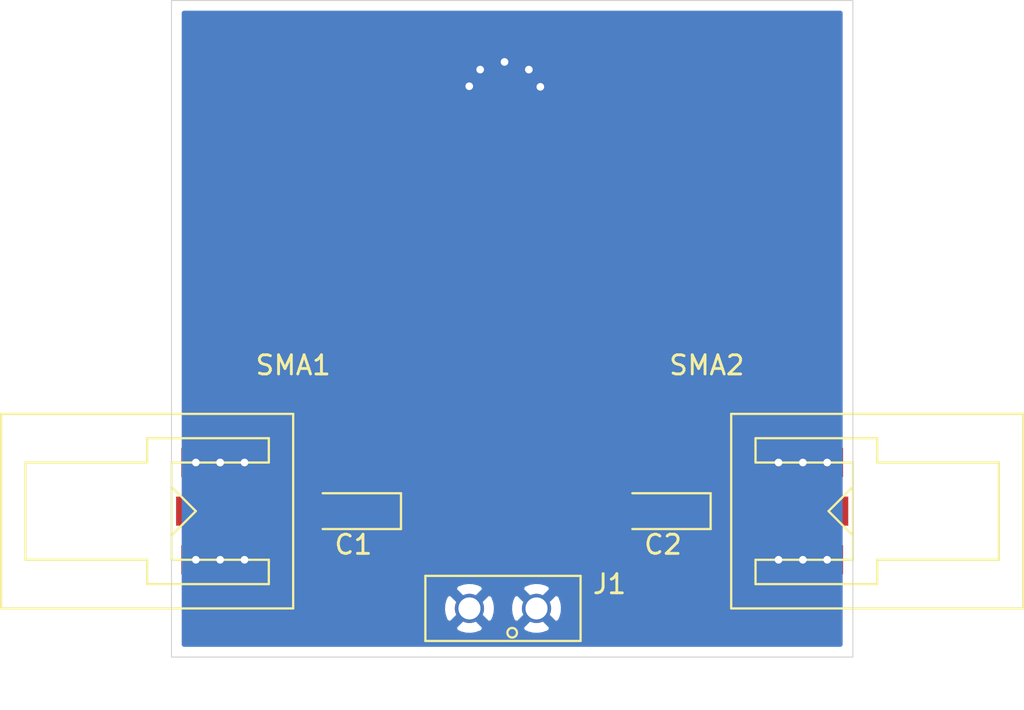
<source format=kicad_pcb>
(kicad_pcb (version 20171130) (host pcbnew 5.1.2-f72e74a~84~ubuntu18.04.1)

  (general
    (thickness 1.6)
    (drawings 4)
    (tracks 36)
    (zones 0)
    (modules 5)
    (nets 4)
  )

  (page A4)
  (layers
    (0 F.Cu signal)
    (31 B.Cu signal)
    (32 B.Adhes user)
    (33 F.Adhes user)
    (34 B.Paste user)
    (35 F.Paste user)
    (36 B.SilkS user)
    (37 F.SilkS user)
    (38 B.Mask user)
    (39 F.Mask user)
    (40 Dwgs.User user)
    (41 Cmts.User user)
    (42 Eco1.User user)
    (43 Eco2.User user)
    (44 Edge.Cuts user)
    (45 Margin user)
    (46 B.CrtYd user)
    (47 F.CrtYd user)
    (48 B.Fab user)
    (49 F.Fab user)
  )

  (setup
    (last_trace_width 0.25)
    (trace_clearance 0.2)
    (zone_clearance 0.508)
    (zone_45_only no)
    (trace_min 0.2)
    (via_size 0.8)
    (via_drill 0.4)
    (via_min_size 0.4)
    (via_min_drill 0.3)
    (uvia_size 0.3)
    (uvia_drill 0.1)
    (uvias_allowed no)
    (uvia_min_size 0.2)
    (uvia_min_drill 0.1)
    (edge_width 0.05)
    (segment_width 0.2)
    (pcb_text_width 0.3)
    (pcb_text_size 1.5 1.5)
    (mod_edge_width 0.12)
    (mod_text_size 1 1)
    (mod_text_width 0.15)
    (pad_size 1.524 1.524)
    (pad_drill 0.762)
    (pad_to_mask_clearance 0.051)
    (solder_mask_min_width 0.25)
    (aux_axis_origin 0 0)
    (visible_elements FFFFFF7F)
    (pcbplotparams
      (layerselection 0x010fc_ffffffff)
      (usegerberextensions false)
      (usegerberattributes false)
      (usegerberadvancedattributes false)
      (creategerberjobfile false)
      (excludeedgelayer true)
      (linewidth 0.100000)
      (plotframeref false)
      (viasonmask false)
      (mode 1)
      (useauxorigin false)
      (hpglpennumber 1)
      (hpglpenspeed 20)
      (hpglpendiameter 15.000000)
      (psnegative false)
      (psa4output false)
      (plotreference true)
      (plotvalue true)
      (plotinvisibletext false)
      (padsonsilk false)
      (subtractmaskfromsilk false)
      (outputformat 1)
      (mirror false)
      (drillshape 0)
      (scaleselection 1)
      (outputdirectory "resonator_LC_ger_drill/"))
  )

  (net 0 "")
  (net 1 "Net-(C1-Pad2)")
  (net 2 GND)
  (net 3 "Net-(C2-Pad1)")

  (net_class Default "This is the default net class."
    (clearance 0.2)
    (trace_width 0.25)
    (via_dia 0.8)
    (via_drill 0.4)
    (uvia_dia 0.3)
    (uvia_drill 0.1)
    (add_net GND)
    (add_net "Net-(C1-Pad2)")
    (add_net "Net-(C2-Pad1)")
  )

  (module sma_custom:CONSMA003.062-G (layer F.Cu) (tedit 5D1F15C9) (tstamp 5DDD4B5A)
    (at 120.65 96.52)
    (path /5DDD4BEC)
    (fp_text reference SMA2 (at -8.89 -10.16) (layer F.SilkS)
      (effects (font (size 1 1) (thickness 0.15)))
    )
    (fp_text value sma_connector (at -8.89 -8.89) (layer F.Fab)
      (effects (font (size 1 1) (thickness 0.15)))
    )
    (fp_line (start -1.27 -1.27) (end -2.54 -2.54) (layer F.SilkS) (width 0.12))
    (fp_line (start -1.27 -3.81) (end -2.54 -2.54) (layer F.SilkS) (width 0.12))
    (fp_line (start -7.62 2.54) (end 7.62 2.54) (layer F.SilkS) (width 0.12))
    (fp_line (start 7.62 -7.62) (end -7.62 -7.62) (layer F.SilkS) (width 0.12))
    (fp_line (start -6.35 0) (end -6.35 1.27) (layer F.SilkS) (width 0.12))
    (fp_line (start -1.27 0) (end -6.35 0) (layer F.SilkS) (width 0.12))
    (fp_line (start -1.27 -5.08) (end -1.27 0) (layer F.SilkS) (width 0.12))
    (fp_line (start -6.35 -5.08) (end -1.27 -5.08) (layer F.SilkS) (width 0.12))
    (fp_line (start -6.35 -6.35) (end -6.35 -5.08) (layer F.SilkS) (width 0.12))
    (fp_line (start 6.35 -5.08) (end 6.35 0) (layer F.SilkS) (width 0.12))
    (fp_line (start 0 -5.08) (end 6.35 -5.08) (layer F.SilkS) (width 0.12))
    (fp_line (start 0 -6.35) (end 0 -5.08) (layer F.SilkS) (width 0.12))
    (fp_line (start 0 0) (end 6.35 0) (layer F.SilkS) (width 0.12))
    (fp_line (start 0 1.27) (end 0 0) (layer F.SilkS) (width 0.12))
    (fp_line (start 7.62 2.54) (end 7.62 -7.62) (layer F.SilkS) (width 0.12))
    (fp_line (start -7.62 -7.62) (end -7.62 2.54) (layer F.SilkS) (width 0.12))
    (fp_line (start 0 1.27) (end -6.35 1.27) (layer F.SilkS) (width 0.12))
    (fp_line (start -6.35 -6.35) (end 0 -6.35) (layer F.SilkS) (width 0.12))
    (pad 3 smd rect (at -3.81 0) (size 4.06 1.52) (layers F.Cu F.Paste F.Mask)
      (net 2 GND))
    (pad 2 smd rect (at -3.81 -5.08) (size 4.06 1.52) (layers F.Cu F.Paste F.Mask)
      (net 2 GND))
    (pad 1 smd rect (at -3.81 -2.54) (size 4.6 1.52) (layers F.Cu F.Paste F.Mask)
      (net 3 "Net-(C2-Pad1)"))
  )

  (module sma_custom:CONSMA003.062-G (layer F.Cu) (tedit 5D1F15C9) (tstamp 5DDD4B41)
    (at 82.55 91.44 180)
    (path /5DDD465B)
    (fp_text reference SMA1 (at -7.62 5.08) (layer F.SilkS)
      (effects (font (size 1 1) (thickness 0.15)))
    )
    (fp_text value sma_connector (at -7.62 3.81) (layer F.Fab)
      (effects (font (size 1 1) (thickness 0.15)))
    )
    (fp_line (start -1.27 -1.27) (end -2.54 -2.54) (layer F.SilkS) (width 0.12))
    (fp_line (start -1.27 -3.81) (end -2.54 -2.54) (layer F.SilkS) (width 0.12))
    (fp_line (start -7.62 2.54) (end 7.62 2.54) (layer F.SilkS) (width 0.12))
    (fp_line (start 7.62 -7.62) (end -7.62 -7.62) (layer F.SilkS) (width 0.12))
    (fp_line (start -6.35 0) (end -6.35 1.27) (layer F.SilkS) (width 0.12))
    (fp_line (start -1.27 0) (end -6.35 0) (layer F.SilkS) (width 0.12))
    (fp_line (start -1.27 -5.08) (end -1.27 0) (layer F.SilkS) (width 0.12))
    (fp_line (start -6.35 -5.08) (end -1.27 -5.08) (layer F.SilkS) (width 0.12))
    (fp_line (start -6.35 -6.35) (end -6.35 -5.08) (layer F.SilkS) (width 0.12))
    (fp_line (start 6.35 -5.08) (end 6.35 0) (layer F.SilkS) (width 0.12))
    (fp_line (start 0 -5.08) (end 6.35 -5.08) (layer F.SilkS) (width 0.12))
    (fp_line (start 0 -6.35) (end 0 -5.08) (layer F.SilkS) (width 0.12))
    (fp_line (start 0 0) (end 6.35 0) (layer F.SilkS) (width 0.12))
    (fp_line (start 0 1.27) (end 0 0) (layer F.SilkS) (width 0.12))
    (fp_line (start 7.62 2.54) (end 7.62 -7.62) (layer F.SilkS) (width 0.12))
    (fp_line (start -7.62 -7.62) (end -7.62 2.54) (layer F.SilkS) (width 0.12))
    (fp_line (start 0 1.27) (end -6.35 1.27) (layer F.SilkS) (width 0.12))
    (fp_line (start -6.35 -6.35) (end 0 -6.35) (layer F.SilkS) (width 0.12))
    (pad 3 smd rect (at -3.81 0 180) (size 4.06 1.52) (layers F.Cu F.Paste F.Mask)
      (net 2 GND))
    (pad 2 smd rect (at -3.81 -5.08 180) (size 4.06 1.52) (layers F.Cu F.Paste F.Mask)
      (net 2 GND))
    (pad 1 smd rect (at -3.81 -2.54 180) (size 4.6 1.52) (layers F.Cu F.Paste F.Mask)
      (net 1 "Net-(C1-Pad2)"))
  )

  (module borniers:PRT-08084 (layer F.Cu) (tedit 5D01074F) (tstamp 5DDD4B28)
    (at 102.87 104.14)
    (path /5DDD7323)
    (fp_text reference J1 (at 3.81 -6.35) (layer F.SilkS)
      (effects (font (size 1 1) (thickness 0.15)))
    )
    (fp_text value Rodin (at 5.08 -5.08) (layer F.Fab)
      (effects (font (size 1 1) (thickness 0.15)))
    )
    (fp_circle (center -1.27 -3.81) (end -1.02 -3.81) (layer F.SilkS) (width 0.12))
    (fp_line (start 2.3 -3.38) (end -5.8 -3.38) (layer F.SilkS) (width 0.12))
    (fp_line (start -5.8 -6.78) (end 2.3 -6.78) (layer F.SilkS) (width 0.12))
    (fp_line (start 2.3 -3.38) (end 2.3 -6.78) (layer F.SilkS) (width 0.12))
    (fp_line (start -5.8 -3.38) (end -5.8 -6.78) (layer F.SilkS) (width 0.12))
    (pad 2 thru_hole circle (at 0 -5.08) (size 1.524 1.524) (drill 1.15) (layers *.Cu *.Mask)
      (net 2 GND))
    (pad 1 thru_hole circle (at -3.5 -5.08) (size 1.524 1.524) (drill 1.15) (layers *.Cu *.Mask)
      (net 2 GND))
  )

  (module Capacitor_Tantalum_SMD:CP_EIA-3216-10_Kemet-I_Pad1.58x1.35mm_HandSolder (layer F.Cu) (tedit 5B301BBE) (tstamp 5DDD4B1D)
    (at 109.4725 93.98 180)
    (descr "Tantalum Capacitor SMD Kemet-I (3216-10 Metric), IPC_7351 nominal, (Body size from: http://www.kemet.com/Lists/ProductCatalog/Attachments/253/KEM_TC101_STD.pdf), generated with kicad-footprint-generator")
    (tags "capacitor tantalum")
    (path /5DDD867D)
    (attr smd)
    (fp_text reference C2 (at 0 -1.75) (layer F.SilkS)
      (effects (font (size 1 1) (thickness 0.15)))
    )
    (fp_text value 100p (at 0 1.75) (layer F.Fab)
      (effects (font (size 1 1) (thickness 0.15)))
    )
    (fp_text user %R (at 0 0) (layer F.Fab)
      (effects (font (size 0.8 0.8) (thickness 0.12)))
    )
    (fp_line (start 2.48 1.05) (end -2.48 1.05) (layer F.CrtYd) (width 0.05))
    (fp_line (start 2.48 -1.05) (end 2.48 1.05) (layer F.CrtYd) (width 0.05))
    (fp_line (start -2.48 -1.05) (end 2.48 -1.05) (layer F.CrtYd) (width 0.05))
    (fp_line (start -2.48 1.05) (end -2.48 -1.05) (layer F.CrtYd) (width 0.05))
    (fp_line (start -2.485 0.935) (end 1.6 0.935) (layer F.SilkS) (width 0.12))
    (fp_line (start -2.485 -0.935) (end -2.485 0.935) (layer F.SilkS) (width 0.12))
    (fp_line (start 1.6 -0.935) (end -2.485 -0.935) (layer F.SilkS) (width 0.12))
    (fp_line (start 1.6 0.8) (end 1.6 -0.8) (layer F.Fab) (width 0.1))
    (fp_line (start -1.6 0.8) (end 1.6 0.8) (layer F.Fab) (width 0.1))
    (fp_line (start -1.6 -0.4) (end -1.6 0.8) (layer F.Fab) (width 0.1))
    (fp_line (start -1.2 -0.8) (end -1.6 -0.4) (layer F.Fab) (width 0.1))
    (fp_line (start 1.6 -0.8) (end -1.2 -0.8) (layer F.Fab) (width 0.1))
    (pad 2 smd roundrect (at 1.4375 0 180) (size 1.575 1.35) (layers F.Cu F.Paste F.Mask) (roundrect_rratio 0.185185)
      (net 2 GND))
    (pad 1 smd roundrect (at -1.4375 0 180) (size 1.575 1.35) (layers F.Cu F.Paste F.Mask) (roundrect_rratio 0.185185)
      (net 3 "Net-(C2-Pad1)"))
    (model ${KISYS3DMOD}/Capacitor_Tantalum_SMD.3dshapes/CP_EIA-3216-10_Kemet-I.wrl
      (at (xyz 0 0 0))
      (scale (xyz 1 1 1))
      (rotate (xyz 0 0 0))
    )
  )

  (module Capacitor_Tantalum_SMD:CP_EIA-3216-10_Kemet-I_Pad1.58x1.35mm_HandSolder (layer F.Cu) (tedit 5B301BBE) (tstamp 5DDD4B0A)
    (at 93.3125 93.98 180)
    (descr "Tantalum Capacitor SMD Kemet-I (3216-10 Metric), IPC_7351 nominal, (Body size from: http://www.kemet.com/Lists/ProductCatalog/Attachments/253/KEM_TC101_STD.pdf), generated with kicad-footprint-generator")
    (tags "capacitor tantalum")
    (path /5DDD81DB)
    (attr smd)
    (fp_text reference C1 (at 0 -1.75) (layer F.SilkS)
      (effects (font (size 1 1) (thickness 0.15)))
    )
    (fp_text value 100p (at 0 1.75) (layer F.Fab)
      (effects (font (size 1 1) (thickness 0.15)))
    )
    (fp_text user %R (at 0 0) (layer F.Fab)
      (effects (font (size 0.8 0.8) (thickness 0.12)))
    )
    (fp_line (start 2.48 1.05) (end -2.48 1.05) (layer F.CrtYd) (width 0.05))
    (fp_line (start 2.48 -1.05) (end 2.48 1.05) (layer F.CrtYd) (width 0.05))
    (fp_line (start -2.48 -1.05) (end 2.48 -1.05) (layer F.CrtYd) (width 0.05))
    (fp_line (start -2.48 1.05) (end -2.48 -1.05) (layer F.CrtYd) (width 0.05))
    (fp_line (start -2.485 0.935) (end 1.6 0.935) (layer F.SilkS) (width 0.12))
    (fp_line (start -2.485 -0.935) (end -2.485 0.935) (layer F.SilkS) (width 0.12))
    (fp_line (start 1.6 -0.935) (end -2.485 -0.935) (layer F.SilkS) (width 0.12))
    (fp_line (start 1.6 0.8) (end 1.6 -0.8) (layer F.Fab) (width 0.1))
    (fp_line (start -1.6 0.8) (end 1.6 0.8) (layer F.Fab) (width 0.1))
    (fp_line (start -1.6 -0.4) (end -1.6 0.8) (layer F.Fab) (width 0.1))
    (fp_line (start -1.2 -0.8) (end -1.6 -0.4) (layer F.Fab) (width 0.1))
    (fp_line (start 1.6 -0.8) (end -1.2 -0.8) (layer F.Fab) (width 0.1))
    (pad 2 smd roundrect (at 1.4375 0 180) (size 1.575 1.35) (layers F.Cu F.Paste F.Mask) (roundrect_rratio 0.185185)
      (net 1 "Net-(C1-Pad2)"))
    (pad 1 smd roundrect (at -1.4375 0 180) (size 1.575 1.35) (layers F.Cu F.Paste F.Mask) (roundrect_rratio 0.185185)
      (net 2 GND))
    (model ${KISYS3DMOD}/Capacitor_Tantalum_SMD.3dshapes/CP_EIA-3216-10_Kemet-I.wrl
      (at (xyz 0 0 0))
      (scale (xyz 1 1 1))
      (rotate (xyz 0 0 0))
    )
  )

  (gr_line (start 119.38 67.31) (end 119.38 101.6) (layer Edge.Cuts) (width 0.05) (tstamp 5DDD53E6))
  (gr_line (start 83.82 67.31) (end 119.38 67.31) (layer Edge.Cuts) (width 0.05))
  (gr_line (start 83.82 101.6) (end 83.82 67.31) (layer Edge.Cuts) (width 0.05))
  (gr_line (start 119.38 101.6) (end 83.82 101.6) (layer Edge.Cuts) (width 0.05))

  (via (at 87.63 91.44) (size 0.8) (drill 0.4) (layers F.Cu B.Cu) (net 2))
  (via (at 86.36 91.44) (size 0.8) (drill 0.4) (layers F.Cu B.Cu) (net 2))
  (via (at 86.36 91.44) (size 0.8) (drill 0.4) (layers F.Cu B.Cu) (net 2))
  (via (at 85.09 91.44) (size 0.8) (drill 0.4) (layers F.Cu B.Cu) (net 2))
  (via (at 87.63 96.52) (size 0.8) (drill 0.4) (layers F.Cu B.Cu) (net 2))
  (via (at 86.36 96.52) (size 0.8) (drill 0.4) (layers F.Cu B.Cu) (net 2))
  (via (at 85.09 96.52) (size 0.8) (drill 0.4) (layers F.Cu B.Cu) (net 2))
  (via (at 118.04 96.52) (size 0.8) (drill 0.4) (layers F.Cu B.Cu) (net 2))
  (via (at 116.77 96.52) (size 0.8) (drill 0.4) (layers F.Cu B.Cu) (net 2))
  (via (at 115.5 96.52) (size 0.8) (drill 0.4) (layers F.Cu B.Cu) (net 2))
  (via (at 118.04 91.44) (size 0.8) (drill 0.4) (layers F.Cu B.Cu) (net 2))
  (via (at 116.77 91.44) (size 0.8) (drill 0.4) (layers F.Cu B.Cu) (net 2))
  (via (at 115.5 91.44) (size 0.8) (drill 0.4) (layers F.Cu B.Cu) (net 2))
  (via (at 99.36 71.79) (size 0.8) (drill 0.4) (layers F.Cu B.Cu) (net 2))
  (via (at 102.47 70.92) (size 0.8) (drill 0.4) (layers F.Cu B.Cu) (net 2))
  (via (at 101.2 70.52) (size 0.8) (drill 0.4) (layers F.Cu B.Cu) (net 2))
  (via (at 99.93 70.92) (size 0.8) (drill 0.4) (layers F.Cu B.Cu) (net 2))
  (segment (start 107.6 93.98) (end 101.6 93.98) (width 2.9) (layer F.Cu) (net 2))
  (segment (start 95.22 93.98) (end 101.22 93.98) (width 2.9) (layer F.Cu) (net 2))
  (segment (start 85.6 93.98) (end 91.36 93.98) (width 2.9) (layer F.Cu) (net 1))
  (segment (start 101.22 92.71) (end 101.22 72.48) (width 2.9) (layer F.Cu) (net 2))
  (segment (start 101.22 72.48) (end 101.22 72.48) (width 2.9) (layer F.Cu) (net 2) (tstamp 5DDD5106))
  (segment (start 101.22 72.48) (end 101.22 72.48) (width 2.9) (layer F.Cu) (net 2) (tstamp 5DDD5125))
  (segment (start 101.22 72.21) (end 99.93 70.92) (width 0.25) (layer F.Cu) (net 2))
  (segment (start 101.22 72.48) (end 101.22 72.21) (width 0.25) (layer F.Cu) (net 2))
  (segment (start 101.2 72.19) (end 101.2 70.52) (width 0.25) (layer F.Cu) (net 2))
  (segment (start 101.22 72.21) (end 101.2 72.19) (width 0.25) (layer F.Cu) (net 2))
  (segment (start 101.22 72.17) (end 102.47 70.92) (width 0.25) (layer F.Cu) (net 2))
  (segment (start 101.22 72.48) (end 101.22 72.17) (width 0.25) (layer F.Cu) (net 2))
  (segment (start 101.22 72.48) (end 101.22 72.48) (width 2.9) (layer F.Cu) (net 2) (tstamp 5DDD517E))
  (via (at 103.07 71.82) (size 0.8) (drill 0.4) (layers F.Cu B.Cu) (net 2))
  (segment (start 101.57 71.82) (end 103.07 71.82) (width 0.25) (layer F.Cu) (net 2))
  (segment (start 101.22 72.17) (end 101.57 71.82) (width 0.25) (layer F.Cu) (net 2))
  (segment (start 100.84 71.79) (end 99.36 71.79) (width 0.25) (layer F.Cu) (net 2))
  (segment (start 101.22 72.17) (end 100.84 71.79) (width 0.25) (layer F.Cu) (net 2))
  (segment (start 117.6 93.98) (end 110.91 93.98) (width 2.9) (layer F.Cu) (net 3))

  (zone (net 2) (net_name GND) (layer B.Cu) (tstamp 5DDD548A) (hatch edge 0.508)
    (connect_pads (clearance 0.508))
    (min_thickness 0.254)
    (fill yes (arc_segments 32) (thermal_gap 0.508) (thermal_bridge_width 0.508))
    (polygon
      (pts
        (xy 83.82 67.31) (xy 119.38 67.31) (xy 119.38 101.6) (xy 83.82 101.6)
      )
    )
    (filled_polygon
      (pts
        (xy 118.720001 100.94) (xy 84.48 100.94) (xy 84.48 100.025565) (xy 98.58404 100.025565) (xy 98.65102 100.265656)
        (xy 98.900048 100.382756) (xy 99.167135 100.449023) (xy 99.442017 100.46191) (xy 99.714133 100.420922) (xy 99.973023 100.327636)
        (xy 100.08898 100.265656) (xy 100.15596 100.025565) (xy 102.08404 100.025565) (xy 102.15102 100.265656) (xy 102.400048 100.382756)
        (xy 102.667135 100.449023) (xy 102.942017 100.46191) (xy 103.214133 100.420922) (xy 103.473023 100.327636) (xy 103.58898 100.265656)
        (xy 103.65596 100.025565) (xy 102.87 99.239605) (xy 102.08404 100.025565) (xy 100.15596 100.025565) (xy 99.37 99.239605)
        (xy 98.58404 100.025565) (xy 84.48 100.025565) (xy 84.48 99.132017) (xy 97.96809 99.132017) (xy 98.009078 99.404133)
        (xy 98.102364 99.663023) (xy 98.164344 99.77898) (xy 98.404435 99.84596) (xy 99.190395 99.06) (xy 99.549605 99.06)
        (xy 100.335565 99.84596) (xy 100.575656 99.77898) (xy 100.692756 99.529952) (xy 100.759023 99.262865) (xy 100.765157 99.132017)
        (xy 101.46809 99.132017) (xy 101.509078 99.404133) (xy 101.602364 99.663023) (xy 101.664344 99.77898) (xy 101.904435 99.84596)
        (xy 102.690395 99.06) (xy 103.049605 99.06) (xy 103.835565 99.84596) (xy 104.075656 99.77898) (xy 104.192756 99.529952)
        (xy 104.259023 99.262865) (xy 104.27191 98.987983) (xy 104.230922 98.715867) (xy 104.137636 98.456977) (xy 104.075656 98.34102)
        (xy 103.835565 98.27404) (xy 103.049605 99.06) (xy 102.690395 99.06) (xy 101.904435 98.27404) (xy 101.664344 98.34102)
        (xy 101.547244 98.590048) (xy 101.480977 98.857135) (xy 101.46809 99.132017) (xy 100.765157 99.132017) (xy 100.77191 98.987983)
        (xy 100.730922 98.715867) (xy 100.637636 98.456977) (xy 100.575656 98.34102) (xy 100.335565 98.27404) (xy 99.549605 99.06)
        (xy 99.190395 99.06) (xy 98.404435 98.27404) (xy 98.164344 98.34102) (xy 98.047244 98.590048) (xy 97.980977 98.857135)
        (xy 97.96809 99.132017) (xy 84.48 99.132017) (xy 84.48 98.094435) (xy 98.58404 98.094435) (xy 99.37 98.880395)
        (xy 100.15596 98.094435) (xy 102.08404 98.094435) (xy 102.87 98.880395) (xy 103.65596 98.094435) (xy 103.58898 97.854344)
        (xy 103.339952 97.737244) (xy 103.072865 97.670977) (xy 102.797983 97.65809) (xy 102.525867 97.699078) (xy 102.266977 97.792364)
        (xy 102.15102 97.854344) (xy 102.08404 98.094435) (xy 100.15596 98.094435) (xy 100.08898 97.854344) (xy 99.839952 97.737244)
        (xy 99.572865 97.670977) (xy 99.297983 97.65809) (xy 99.025867 97.699078) (xy 98.766977 97.792364) (xy 98.65102 97.854344)
        (xy 98.58404 98.094435) (xy 84.48 98.094435) (xy 84.48 67.97) (xy 118.72 67.97)
      )
    )
  )
)

</source>
